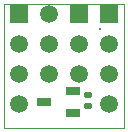
<source format=gts>
%FSLAX44Y44*%
%MOMM*%
G71*
G01*
G75*
G04 Layer_Color=8388736*
%ADD10R,1.2000X0.8000*%
G04:AMPARAMS|DCode=11|XSize=0.6mm|YSize=0.5mm|CornerRadius=0.05mm|HoleSize=0mm|Usage=FLASHONLY|Rotation=180.000|XOffset=0mm|YOffset=0mm|HoleType=Round|Shape=RoundedRectangle|*
%AMROUNDEDRECTD11*
21,1,0.6000,0.4000,0,0,180.0*
21,1,0.5000,0.5000,0,0,180.0*
1,1,0.1000,-0.2500,0.2000*
1,1,0.1000,0.2500,0.2000*
1,1,0.1000,0.2500,-0.2000*
1,1,0.1000,-0.2500,-0.2000*
%
%ADD11ROUNDEDRECTD11*%
%ADD12C,0.1000*%
%ADD13C,0.0800*%
%ADD14C,0.5000*%
%ADD15C,0.2000*%
%ADD16C,0.3000*%
%ADD17C,0.0750*%
%ADD18R,1.5000X1.5000*%
%ADD19C,1.5000*%
%ADD20C,0.3500*%
%ADD21C,0.4500*%
%ADD22C,0.2000*%
%ADD23C,0.0500*%
%ADD24C,0.6000*%
%ADD25C,0.2500*%
%ADD26C,0.1000*%
%ADD27C,0.2000*%
D10*
X70440Y30420D02*
D03*
Y49420D02*
D03*
X46440Y39920D02*
D03*
D11*
X83050Y45880D02*
D03*
Y36880D02*
D03*
D12*
X12000Y17660D02*
Y122950D01*
X114000Y17660D02*
Y122950D01*
X12000Y17660D02*
X114000D01*
X12000Y122950D02*
X114000D01*
D18*
X76200Y114300D02*
D03*
X101600D02*
D03*
X25400D02*
D03*
D19*
X50800D02*
D03*
X76200Y88900D02*
D03*
X50800D02*
D03*
X76200Y63500D02*
D03*
X50800D02*
D03*
X101600D02*
D03*
Y88900D02*
D03*
Y38100D02*
D03*
X25400Y63500D02*
D03*
Y88900D02*
D03*
Y38100D02*
D03*
D26*
X52530Y49880D02*
D03*
X57180Y46400D02*
D03*
X40840Y32630D02*
D03*
X41360Y50020D02*
D03*
X61480Y53260D02*
D03*
X72670Y39170D02*
D03*
X88290Y52040D02*
D03*
X63580Y26930D02*
D03*
X54200Y26790D02*
D03*
X58770Y25230D02*
D03*
D27*
X93870Y101880D02*
D03*
M02*

</source>
